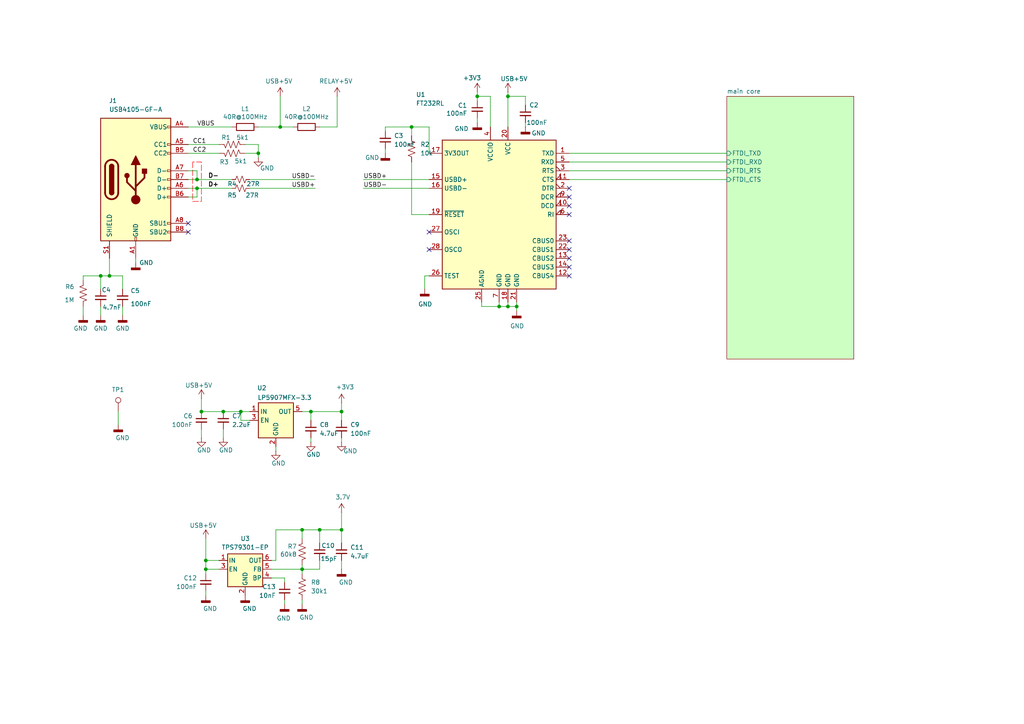
<source format=kicad_sch>
(kicad_sch (version 20250114) (generator "eeschema") (generator_version "9.0")
  (paper "A4")
  (title_block (title "FED3 Test Board") (rev "1.0") (comment 1 "Open Ephys, Inc."))
  (lib_symbols
    (symbol "Connector:TestPoint" (pin_numbers (hide yes)) (pin_names (offset 0.762) (hide yes))
      (property "Reference" "TP" (at 0 6.858 0))
      (property "Value" "TestPoint" (at 0 5.08 0))
      (symbol "TestPoint_0_1"
        (circle (center 0 3.302) (radius 0.762))
      )
      (symbol "TestPoint_1_1"
        (pin passive line (at 0 0 90) (length 2.54) (name "1") (number "1"))
      )
    )
    (symbol "Connector:USB_C_Receptacle_USB2.0_16P" (pin_names (offset 1.016))
      (property "Reference" "J" (at 0 22.225 0))
      (property "Value" "USB_C_Receptacle_USB2.0_16P" (at 0 19.685 0))
      (symbol "USB_C_Receptacle_USB2.0_16P_0_0"
        (rectangle (start -0.254 -17.78) (end 0.254 -16.764))
        (rectangle (start 10.16 15.494) (end 9.144 14.986))
        (rectangle (start 10.16 10.414) (end 9.144 9.906))
        (rectangle (start 10.16 7.874) (end 9.144 7.366))
        (rectangle (start 10.16 2.794) (end 9.144 2.286))
        (rectangle (start 10.16 0.254) (end 9.144 -0.254))
        (rectangle (start 10.16 -2.286) (end 9.144 -2.794))
        (rectangle (start 10.16 -4.826) (end 9.144 -5.334))
        (rectangle (start 10.16 -12.446) (end 9.144 -12.954))
        (rectangle (start 10.16 -14.986) (end 9.144 -15.494))
      )
      (symbol "USB_C_Receptacle_USB2.0_16P_0_1"
        (rectangle (start -10.16 17.78) (end 10.16 -17.78) (stroke (width 0.254)) (fill (type background)))
        (polyline (pts (xy -8.89 -3.81) (xy -8.89 3.81)) (stroke (width 0.508)))
        (rectangle (start -7.62 -3.81) (end -6.35 3.81) (stroke (width 0.254)) (fill (type outline)))
        (arc (start -7.62 3.81) (mid -6.985 4.4423) (end -6.35 3.81) (stroke (width 0.254)))
        (arc (start -7.62 3.81) (mid -6.985 4.4423) (end -6.35 3.81) (stroke (width 0.254)) (fill (type outline)))
        (arc (start -8.89 3.81) (mid -6.985 5.7067) (end -5.08 3.81) (stroke (width 0.508)))
        (arc (start -5.08 -3.81) (mid -6.985 -5.7067) (end -8.89 -3.81) (stroke (width 0.508)))
        (arc (start -6.35 -3.81) (mid -6.985 -4.4423) (end -7.62 -3.81) (stroke (width 0.254)))
        (arc (start -6.35 -3.81) (mid -6.985 -4.4423) (end -7.62 -3.81) (stroke (width 0.254)) (fill (type outline)))
        (polyline (pts (xy -5.08 3.81) (xy -5.08 -3.81)) (stroke (width 0.508)))
        (circle (center -2.54 1.143) (radius 0.635) (stroke (width 0.254)) (fill (type outline)))
        (polyline (pts (xy -1.27 4.318) (xy 0 6.858) (xy 1.27 4.318) (xy -1.27 4.318)) (stroke (width 0.254)) (fill (type outline)))
        (polyline (pts (xy 0 -2.032) (xy 2.54 0.508) (xy 2.54 1.778)) (stroke (width 0.508)))
        (polyline (pts (xy 0 -3.302) (xy -2.54 -0.762) (xy -2.54 0.508)) (stroke (width 0.508)))
        (polyline (pts (xy 0 -5.842) (xy 0 4.318)) (stroke (width 0.508)))
        (circle (center 0 -5.842) (radius 1.27) (fill (type outline)))
        (rectangle (start 1.905 1.778) (end 3.175 3.048) (stroke (width 0.254)) (fill (type outline)))
      )
      (symbol "USB_C_Receptacle_USB2.0_16P_1_1"
        (pin passive line (at -7.62 -22.86 90) (length 5.08) (name "SHIELD") (number "S1"))
        (pin passive line (at 0 -22.86 90) (length 5.08) (name "GND") (number "A1"))
        (pin passive line (at 0 -22.86 90) (length 5.08) (hide yes) (name "GND") (number "A12"))
        (pin passive line (at 0 -22.86 90) (length 5.08) (hide yes) (name "GND") (number "B1"))
        (pin passive line (at 0 -22.86 90) (length 5.08) (hide yes) (name "GND") (number "B12"))
        (pin passive line (at 15.24 15.24 180) (length 5.08) (name "VBUS") (number "A4"))
        (pin passive line (at 15.24 15.24 180) (length 5.08) (hide yes) (name "VBUS") (number "A9"))
        (pin passive line (at 15.24 15.24 180) (length 5.08) (hide yes) (name "VBUS") (number "B4"))
        (pin passive line (at 15.24 15.24 180) (length 5.08) (hide yes) (name "VBUS") (number "B9"))
        (pin bidirectional line (at 15.24 10.16 180) (length 5.08) (name "CC1") (number "A5"))
        (pin bidirectional line (at 15.24 7.62 180) (length 5.08) (name "CC2") (number "B5"))
        (pin bidirectional line (at 15.24 2.54 180) (length 5.08) (name "D-") (number "A7"))
        (pin bidirectional line (at 15.24 0 180) (length 5.08) (name "D-") (number "B7"))
        (pin bidirectional line (at 15.24 -2.54 180) (length 5.08) (name "D+") (number "A6"))
        (pin bidirectional line (at 15.24 -5.08 180) (length 5.08) (name "D+") (number "B6"))
        (pin bidirectional line (at 15.24 -12.7 180) (length 5.08) (name "SBU1") (number "A8"))
        (pin bidirectional line (at 15.24 -15.24 180) (length 5.08) (name "SBU2") (number "B8"))
      )
    )
    (symbol "Device:C_Small" (pin_numbers (hide yes)) (pin_names (offset 0.254) (hide yes))
      (property "Reference" "C" (at 0.254 1.778 0))
      (property "Value" "C_Small" (at 0.254 -2.032 0))
      (symbol "C_Small_0_1"
        (polyline (pts (xy -1.524 0.508) (xy 1.524 0.508)) (stroke (width 0.3048)))
        (polyline (pts (xy -1.524 -0.508) (xy 1.524 -0.508)) (stroke (width 0.3302)))
      )
      (symbol "C_Small_1_1"
        (pin passive line (at 0 2.54 270) (length 2.032) (name "~") (number "1"))
        (pin passive line (at 0 -2.54 90) (length 2.032) (name "~") (number "2"))
      )
    )
    (symbol "Device:R" (pin_numbers (hide yes)) (pin_names (offset 0))
      (property "Reference" "R" (at 2.032 0 90))
      (property "Value" "R" (at 0 0 90))
      (symbol "R_0_1"
        (rectangle (start -1.016 -2.54) (end 1.016 2.54) (stroke (width 0.254)))
      )
      (symbol "R_1_1"
        (pin passive line (at 0 3.81 270) (length 1.27) (name "~") (number "1"))
        (pin passive line (at 0 -3.81 90) (length 1.27) (name "~") (number "2"))
      )
    )
    (symbol "Device:R_Small_US" (pin_numbers (hide yes)) (pin_names (offset 0.254) (hide yes))
      (property "Reference" "R" (at 0.762 0.508 0))
      (property "Value" "R_Small_US" (at 0.762 -1.016 0))
      (symbol "R_Small_US_1_1"
        (polyline (pts (xy 0 1.524) (xy 1.016 1.143) (xy 0 0.762) (xy -1.016 0.381) (xy 0 0)))
        (polyline (pts (xy 0 0) (xy 1.016 -0.381) (xy 0 -0.762) (xy -1.016 -1.143) (xy 0 -1.524)))
        (pin passive line (at 0 2.54 270) (length 1.016) (name "~") (number "1"))
        (pin passive line (at 0 -2.54 90) (length 1.016) (name "~") (number "2"))
      )
    )
    (symbol "Device:R_US" (pin_numbers (hide yes)) (pin_names (offset 0))
      (property "Reference" "R" (at 2.54 0 90))
      (property "Value" "R_US" (at -2.54 0 90))
      (symbol "R_US_0_1"
        (polyline (pts (xy 0 2.286) (xy 0 2.54)))
        (polyline (pts (xy 0 2.286) (xy 1.016 1.905) (xy 0 1.524) (xy -1.016 1.143) (xy 0 0.762)))
        (polyline (pts (xy 0 0.762) (xy 1.016 0.381) (xy 0 0) (xy -1.016 -0.381) (xy 0 -0.762)))
        (polyline (pts (xy 0 -0.762) (xy 1.016 -1.143) (xy 0 -1.524) (xy -1.016 -1.905) (xy 0 -2.286)))
        (polyline (pts (xy 0 -2.286) (xy 0 -2.54)))
      )
      (symbol "R_US_1_1"
        (pin passive line (at 0 3.81 270) (length 1.27) (name "~") (number "1"))
        (pin passive line (at 0 -3.81 90) (length 1.27) (name "~") (number "2"))
      )
    )
    (symbol "Interface_USB:FT232RL"
      (property "Reference" "U2" (at 14.986 25.908 0))
      (property "Value" "FT232RL" (at 14.986 23.368 0))
      (symbol "FT232RL_0_1"
        (rectangle (start -16.51 21.59) (end 16.51 -21.59) (stroke (width 0.254)) (fill (type background)))
      )
      (symbol "FT232RL_1_0"
        (pin no_connect line (at 15.24 -24.13 180) (length 2.54) (hide yes) (name "n.c") (number "24"))
        (pin no_connect line (at 15.24 -26.67 180) (length 2.54) (hide yes) (name "n.c.") (number "8"))
      )
      (symbol "FT232RL_1_1"
        (pin power_out line (at -20.32 17.78 0) (length 3.81) (name "3V3OUT") (number "17"))
        (pin bidirectional line (at -20.32 10.16 0) (length 3.81) (name "USBD+") (number "15"))
        (pin bidirectional line (at -20.32 7.62 0) (length 3.81) (name "USBD-") (number "16"))
        (pin input line (at -20.32 0 0) (length 3.81) (name "~{RESET}") (number "19"))
        (pin input line (at -20.32 -5.08 0) (length 3.81) (name "OSCI") (number "27"))
        (pin output line (at -20.32 -10.16 0) (length 3.81) (name "OSCO") (number "28"))
        (pin input line (at -20.32 -17.78 0) (length 3.81) (name "TEST") (number "26"))
        (pin power_in line (at -5.08 -25.4 90) (length 3.81) (name "AGND") (number "25"))
        (pin power_in line (at -2.54 25.4 270) (length 3.81) (name "VCCIO") (number "4"))
        (pin power_in line (at 0 -25.4 90) (length 3.81) (name "GND") (number "7"))
        (pin power_in line (at 2.54 25.4 270) (length 3.81) (name "VCC") (number "20"))
        (pin power_in line (at 2.54 -25.4 90) (length 3.81) (name "GND") (number "18"))
        (pin power_in line (at 5.08 -25.4 90) (length 3.81) (name "GND") (number "21"))
        (pin output line (at 20.32 17.78 180) (length 3.81) (name "TXD") (number "1"))
        (pin input line (at 20.32 15.24 180) (length 3.81) (name "RXD") (number "5"))
        (pin output output_low (at 20.32 12.7 180) (length 3.81) (name "RTS") (number "3"))
        (pin input input_low (at 20.32 10.16 180) (length 3.81) (name "CTS") (number "11"))
        (pin output output_low (at 20.32 7.62 180) (length 3.81) (name "DTR") (number "2"))
        (pin input input_low (at 20.32 5.08 180) (length 3.81) (name "DCR") (number "9"))
        (pin input input_low (at 20.32 2.54 180) (length 3.81) (name "DCD") (number "10"))
        (pin input input_low (at 20.32 0 180) (length 3.81) (name "RI") (number "6"))
        (pin bidirectional line (at 20.32 -7.62 180) (length 3.81) (name "CBUS0") (number "23"))
        (pin bidirectional line (at 20.32 -10.16 180) (length 3.81) (name "CBUS1") (number "22"))
        (pin bidirectional line (at 20.32 -12.7 180) (length 3.81) (name "CBUS2") (number "13"))
        (pin bidirectional line (at 20.32 -15.24 180) (length 3.81) (name "CBUS3") (number "14"))
        (pin bidirectional line (at 20.32 -17.78 180) (length 3.81) (name "CBUS4") (number "12"))
      )
    )
    (symbol "Regulator_Linear:LP5907MFX-3.3"
      (property "Reference" "U" (at -3.81 6.35 0))
      (property "Value" "LP5907MFX-3.3" (at 6.35 6.35 0))
      (symbol "LP5907MFX-3.3_0_1"
        (rectangle (start -5.08 -5.08) (end 5.08 5.08) (stroke (width 0.254)) (fill (type background)))
        (pin power_in line (at -7.62 2.54 0) (length 2.54) (name "IN") (number "1"))
        (pin input line (at -7.62 0 0) (length 2.54) (name "EN") (number "3"))
        (pin power_in line (at 0 -7.62 90) (length 2.54) (name "GND") (number "2"))
        (pin no_connect line (at 5.08 0 180) (length 2.54) (hide yes) (name "NC") (number "4"))
        (pin power_out line (at 7.62 2.54 180) (length 2.54) (name "OUT") (number "5"))
      )
    )
    (symbol "Regulator_Linear:TPS79301-EP" (pin_names (offset 0.254))
      (property "Reference" "U" (at -3.81 5.715 0))
      (property "Value" "TPS79301-EP" (at 0 5.715 0))
      (symbol "TPS79301-EP_1_1"
        (rectangle (start 5.08 -5.08) (end -5.08 4.445) (stroke (width 0.254)) (fill (type background)))
        (pin power_in line (at -7.62 2.54 0) (length 2.54) (name "IN") (number "1"))
        (pin input line (at -7.62 0 0) (length 2.54) (name "EN") (number "3"))
        (pin power_in line (at 0 -7.62 90) (length 2.54) (name "GND") (number "2"))
        (pin power_out line (at 7.62 2.54 180) (length 2.54) (name "OUT") (number "6"))
        (pin input line (at 7.62 0 180) (length 2.54) (name "FB") (number "5"))
        (pin passive line (at 7.62 -2.54 180) (length 2.54) (name "BP") (number "4"))
      )
    )
    (symbol "power:+3V3" (power) (pin_numbers (hide yes)) (pin_names (offset 0) (hide yes))
      (property "Value" "+3V3" (at 0 3.556 0))
      (symbol "+3V3_0_1"
        (polyline (pts (xy -0.762 1.27) (xy 0 2.54)))
        (polyline (pts (xy 0 2.54) (xy 0.762 1.27)))
        (polyline (pts (xy 0 0) (xy 0 2.54)))
      )
      (symbol "+3V3_1_1"
        (pin power_in line (at 0 0 90) (length 0) (name "~") (number "1"))
      )
    )
    (symbol "power:+5V" (power) (pin_numbers (hide yes)) (pin_names (offset 0) (hide yes))
      (property "Value" "+5V" (at 0 3.556 0))
      (symbol "+5V_0_1"
        (polyline (pts (xy -0.762 1.27) (xy 0 2.54)))
        (polyline (pts (xy 0 2.54) (xy 0.762 1.27)))
        (polyline (pts (xy 0 0) (xy 0 2.54)))
      )
      (symbol "+5V_1_1"
        (pin power_in line (at 0 0 90) (length 0) (name "~") (number "1"))
      )
    )
    (symbol "power:GND" (power) (pin_numbers (hide yes)) (pin_names (offset 0) (hide yes))
      (property "Value" "GND" (at 0 -3.81 0))
      (symbol "GND_0_1"
        (polyline (pts (xy 0 0) (xy 0 -1.27) (xy 1.27 -1.27) (xy 0 -2.54) (xy -1.27 -1.27) (xy 0 -1.27)))
      )
      (symbol "GND_1_1"
        (pin power_in line (at 0 0 270) (length 0) (name "~") (number "1"))
      )
    )
    (symbol "power:GNDD" (power) (pin_numbers (hide yes)) (pin_names (offset 0) (hide yes))
      (property "Value" "GNDD" (at 0 -3.175 0))
      (symbol "GNDD_0_1"
        (rectangle (start -1.27 -1.524) (end 1.27 -2.032) (stroke (width 0.254)) (fill (type outline)))
        (polyline (pts (xy 0 0) (xy 0 -1.524)))
      )
      (symbol "GNDD_1_1"
        (pin power_in line (at 0 0 270) (length 0) (name "~") (number "1"))
      )
    )
  )
  (junction (at 29.21 80.01))
  (junction (at 57.15 52.07))
  (junction (at 138.43 27.94))
  (junction (at 147.32 27.94))
  (junction (at 59.69 162.56))
  (junction (at 81.28 36.83))
  (junction (at 147.32 88.9))
  (junction (at 57.15 54.61))
  (junction (at 74.93 44.45))
  (junction (at 87.63 153.67))
  (junction (at 58.42 119.38))
  (junction (at 99.06 119.38))
  (junction (at 87.63 165.1))
  (junction (at 90.17 119.38))
  (junction (at 99.06 153.67))
  (junction (at 149.86 88.9))
  (junction (at 119.38 36.83))
  (junction (at 92.71 153.67))
  (junction (at 144.78 88.9))
  (junction (at 31.75 80.01))
  (junction (at 59.69 165.1))
  (junction (at 69.85 119.38))
  (junction (at 64.77 119.38))
  (no_connect (at 165.1 72.39))
  (no_connect (at 165.1 77.47))
  (no_connect (at 165.1 54.61))
  (no_connect (at 165.1 80.01))
  (no_connect (at 54.61 64.77))
  (no_connect (at 124.46 72.39))
  (no_connect (at 165.1 57.15))
  (no_connect (at 165.1 69.85))
  (no_connect (at 165.1 74.93))
  (no_connect (at 165.1 62.23))
  (no_connect (at 165.1 59.69))
  (no_connect (at 124.46 67.31))
  (no_connect (at 54.61 67.31))
  (wire (pts (xy 119.38 62.23) (xy 124.46 62.23)))
  (wire (pts (xy 152.4 27.94) (xy 152.4 30.48)))
  (wire (pts (xy 111.76 36.83) (xy 111.76 38.1)))
  (wire (pts (xy 138.43 26.67) (xy 138.43 27.94)))
  (wire (pts (xy 138.43 27.94) (xy 138.43 29.21)))
  (wire (pts (xy 119.38 46.99) (xy 119.38 62.23)))
  (wire (pts (xy 139.7 88.9) (xy 144.78 88.9)))
  (wire (pts (xy 165.1 49.53) (xy 210.82 49.53)))
  (wire (pts (xy 74.93 41.91) (xy 74.93 44.45)))
  (wire (pts (xy 92.71 157.48) (xy 92.71 153.67)))
  (wire (pts (xy 72.39 121.92) (xy 69.85 121.92)))
  (wire (pts (xy 144.78 87.63) (xy 144.78 88.9)))
  (wire (pts (xy 99.06 128.27) (xy 99.06 127)))
  (wire (pts (xy 59.69 165.1) (xy 59.69 166.37)))
  (wire (pts (xy 147.32 26.67) (xy 147.32 27.94)))
  (wire (pts (xy 57.15 52.07) (xy 67.31 52.07)))
  (wire (pts (xy 31.75 80.01) (xy 35.56 80.01)) (stroke (width 0.1524)))
  (wire (pts (xy 29.21 80.01) (xy 29.21 83.82)) (stroke (width 0.1524)))
  (wire (pts (xy 63.5 165.1) (xy 59.69 165.1)))
  (wire (pts (xy 99.06 165.1) (xy 99.06 162.56)))
  (wire (pts (xy 54.61 54.61) (xy 57.15 54.61)))
  (wire (pts (xy 123.19 83.82) (xy 123.19 80.01)))
  (wire (pts (xy 99.06 153.67) (xy 99.06 157.48)))
  (wire (pts (xy 142.24 27.94) (xy 142.24 36.83)))
  (wire (pts (xy 24.13 80.01) (xy 24.13 81.28)) (stroke (width 0.1524)))
  (wire (pts (xy 82.55 173.99) (xy 82.55 175.26)))
  (wire (pts (xy 72.39 52.07) (xy 91.44 52.07)))
  (wire (pts (xy 165.1 46.99) (xy 210.82 46.99)))
  (wire (pts (xy 87.63 165.1) (xy 87.63 163.83)))
  (wire (pts (xy 78.74 165.1) (xy 87.63 165.1)))
  (wire (pts (xy 124.46 44.45) (xy 124.46 36.83)))
  (wire (pts (xy 87.63 166.37) (xy 87.63 165.1)))
  (wire (pts (xy 149.86 88.9) (xy 149.86 90.17)))
  (wire (pts (xy 58.42 127) (xy 58.42 124.46)))
  (wire (pts (xy 64.77 119.38) (xy 69.85 119.38)))
  (wire (pts (xy 119.38 36.83) (xy 124.46 36.83)))
  (wire (pts (xy 111.76 43.18) (xy 111.76 44.45)))
  (wire (pts (xy 39.37 74.93) (xy 39.37 76.2)))
  (wire (pts (xy 165.1 52.07) (xy 210.82 52.07)))
  (wire (pts (xy 29.21 88.9) (xy 29.21 91.44)) (stroke (width 0.1524)))
  (wire (pts (xy 35.56 88.9) (xy 35.56 91.44)))
  (wire (pts (xy 57.15 54.61) (xy 57.15 57.15)))
  (wire (pts (xy 35.56 80.01) (xy 35.56 82.55)) (stroke (width 0.1524)))
  (wire (pts (xy 74.93 36.83) (xy 81.28 36.83)))
  (wire (pts (xy 149.86 88.9) (xy 147.32 88.9)))
  (wire (pts (xy 57.15 54.61) (xy 67.31 54.61)))
  (wire (pts (xy 69.85 119.38) (xy 72.39 119.38)))
  (wire (pts (xy 144.78 88.9) (xy 147.32 88.9)))
  (wire (pts (xy 139.7 87.63) (xy 139.7 88.9)))
  (wire (pts (xy 74.93 44.45) (xy 74.93 45.72)))
  (wire (pts (xy 152.4 35.56) (xy 152.4 36.83)))
  (wire (pts (xy 54.61 57.15) (xy 57.15 57.15)))
  (wire (pts (xy 92.71 153.67) (xy 99.06 153.67)))
  (wire (pts (xy 80.01 153.67) (xy 87.63 153.67)))
  (wire (pts (xy 78.74 162.56) (xy 80.01 162.56)))
  (wire (pts (xy 87.63 153.67) (xy 87.63 156.21)))
  (wire (pts (xy 54.61 36.83) (xy 67.31 36.83)))
  (wire (pts (xy 147.32 27.94) (xy 147.32 36.83)))
  (wire (pts (xy 31.75 74.93) (xy 31.75 80.01)))
  (wire (pts (xy 34.29 123.19) (xy 34.29 119.38)))
  (wire (pts (xy 111.76 36.83) (xy 119.38 36.83)))
  (wire (pts (xy 58.42 115.57) (xy 58.42 119.38)))
  (wire (pts (xy 119.38 36.83) (xy 119.38 39.37)))
  (wire (pts (xy 138.43 27.94) (xy 142.24 27.94)))
  (wire (pts (xy 81.28 36.83) (xy 85.09 36.83)))
  (wire (pts (xy 92.71 162.56) (xy 92.71 165.1)))
  (wire (pts (xy 80.01 162.56) (xy 80.01 153.67)))
  (wire (pts (xy 69.85 121.92) (xy 69.85 119.38)))
  (wire (pts (xy 63.5 162.56) (xy 59.69 162.56)))
  (wire (pts (xy 59.69 165.1) (xy 59.69 162.56)))
  (wire (pts (xy 59.69 156.21) (xy 59.69 162.56)))
  (wire (pts (xy 92.71 165.1) (xy 87.63 165.1)))
  (wire (pts (xy 57.15 49.53) (xy 57.15 52.07)))
  (wire (pts (xy 123.19 80.01) (xy 124.46 80.01)))
  (wire (pts (xy 78.74 167.64) (xy 82.55 167.64)))
  (wire (pts (xy 24.13 80.01) (xy 29.21 80.01)) (stroke (width 0.1524)))
  (wire (pts (xy 87.63 175.26) (xy 87.63 173.99)))
  (wire (pts (xy 24.13 88.9) (xy 24.13 91.44)) (stroke (width 0.1524)))
  (wire (pts (xy 71.12 44.45) (xy 74.93 44.45)))
  (wire (pts (xy 87.63 119.38) (xy 90.17 119.38)))
  (wire (pts (xy 80.01 130.81) (xy 80.01 129.54)))
  (wire (pts (xy 99.06 116.84) (xy 99.06 119.38)))
  (wire (pts (xy 54.61 52.07) (xy 57.15 52.07)))
  (wire (pts (xy 35.56 82.55) (xy 35.56 83.82)))
  (wire (pts (xy 149.86 87.63) (xy 149.86 88.9)))
  (wire (pts (xy 90.17 128.27) (xy 90.17 127)))
  (wire (pts (xy 90.17 121.92) (xy 90.17 119.38)))
  (wire (pts (xy 58.42 119.38) (xy 64.77 119.38)))
  (wire (pts (xy 29.21 80.01) (xy 31.75 80.01)) (stroke (width 0.1524)))
  (wire (pts (xy 99.06 148.59) (xy 99.06 153.67)))
  (wire (pts (xy 64.77 127) (xy 64.77 124.46)))
  (wire (pts (xy 97.79 27.94) (xy 97.79 36.83)))
  (wire (pts (xy 74.93 41.91) (xy 71.12 41.91)))
  (wire (pts (xy 147.32 87.63) (xy 147.32 88.9)))
  (wire (pts (xy 124.46 54.61) (xy 105.41 54.61)))
  (wire (pts (xy 99.06 119.38) (xy 99.06 121.92)))
  (wire (pts (xy 138.43 34.29) (xy 138.43 35.56)))
  (wire (pts (xy 165.1 44.45) (xy 210.82 44.45)))
  (wire (pts (xy 72.39 54.61) (xy 91.44 54.61)))
  (wire (pts (xy 124.46 52.07) (xy 105.41 52.07)))
  (wire (pts (xy 147.32 27.94) (xy 152.4 27.94)))
  (wire (pts (xy 54.61 41.91) (xy 63.5 41.91)))
  (wire (pts (xy 82.55 167.64) (xy 82.55 168.91)))
  (wire (pts (xy 54.61 49.53) (xy 57.15 49.53)))
  (wire (pts (xy 54.61 44.45) (xy 63.5 44.45)))
  (wire (pts (xy 59.69 171.45) (xy 59.69 172.72)))
  (wire (pts (xy 81.28 27.94) (xy 81.28 36.83)))
  (wire (pts (xy 90.17 119.38) (xy 99.06 119.38)))
  (wire (pts (xy 92.71 36.83) (xy 97.79 36.83)))
  (wire (pts (xy 92.71 153.67) (xy 87.63 153.67)))
  (label "CC2" (at 55.88 44.45 0))
  (label "USBD+" (at 91.44 54.61 180))
  (label "CC1" (at 55.88 41.91 0))
  (label "USBD-" (at 105.41 54.61 0))
  (label "USBD-" (at 91.44 52.07 180))
  (label "USBD+" (at 105.41 52.07 0))
  (label "D+" (at 63.5 54.61 180) (effects (font (thickness 0.254) (bold yes))))
  (label "VBUS" (at 57.15 36.83 0))
  (label "D-" (at 63.5 52.07 180) (effects (font (thickness 0.254) (bold yes))))
  (rule_area (polyline (pts (xy 55.88 46.99) (xy 55.88 58.42) (xy 58.42 58.42) (xy 58.42 46.99)) (stroke (width 0) (type dash))))
  (symbol (lib_id "power:GNDD") (at 35.56 91.44 0) (mirror y) (unit 1)
    (property "Reference" "#GND04" (effects (hide yes)))
    (property "Value" "GND" (at 35.56 95.25 0))
  )
  (symbol (lib_id "Device:C_Small") (at 29.21 86.36 0) (mirror y) (unit 1)
    (property "Reference" "C4" (at 29.464 84.074 0) (effects (justify right)))
    (property "Value" "4.7nF" (at 29.718 89.154 0) (effects (justify right)))
    (property "Footprint" "Capacitor_SMD:C_0402_1005Metric" (effects (hide yes)))
    (property "Description" "Unpolarized capacitor, small symbol" (effects (hide yes)))
    (property "MPN" "885012205084" (effects (hide yes)))
    (property "OEPSPN" "OEPS010017" (effects (hide yes)))
  )
  (symbol (lib_id "power:+5V") (at 99.06 148.59 0) (unit 1)
    (property "Reference" "#PWR018" (effects (hide yes)))
    (property "Value" "3.7V" (at 99.441 144.1958 0))
    (property "Description" "Power symbol creates a global label with name \"+5V\"" (effects (hide yes)))
  )
  (symbol (lib_id "power:+5V") (at 97.79 27.94 0) (mirror y) (unit 1)
    (property "Reference" "#PWR094" (effects (hide yes)))
    (property "Value" "RELAY+5V" (at 97.409 23.5458 0))
    (property "Description" "Power symbol creates a global label with name \"+5V\"" (effects (hide yes)))
  )
  (symbol (lib_id "power:GNDD") (at 111.76 44.45 0) (unit 1)
    (property "Reference" "#PWR06" (effects (hide yes)))
    (property "Value" "GND" (at 107.95 45.72 0))
    (property "Description" "Power symbol creates a global label with name \"GNDD\" , digital ground" (effects (hide yes)))
  )
  (symbol (lib_id "Device:C_Small") (at 82.55 171.45 0) (unit 1)
    (property "Reference" "C13" (at 80.01 170.1862 0) (effects (justify right)))
    (property "Value" "10nF" (at 80.01 172.7262 0) (effects (justify right)))
    (property "Footprint" "Capacitor_SMD:C_0402_1005Metric" (effects (hide yes)))
    (property "Description" "Unpolarized capacitor, small symbol" (effects (hide yes)))
    (property "MPN" "TBD" (effects (hide yes)))
    (property "OEPSPN" "TBD" (effects (hide yes)))
  )
  (symbol (lib_id "power:+3V3") (at 138.43 26.67 0) (unit 1)
    (property "Reference" "#PWR01" (effects (hide yes)))
    (property "Value" "+3V3" (at 136.906 22.606 0))
    (property "Description" "Power symbol creates a global label with name \"+3V3\"" (effects (hide yes)))
  )
  (symbol (lib_id "power:GNDD") (at 59.69 172.72 0) (mirror y) (unit 1)
    (property "Reference" "#PWR021" (effects (hide yes)))
    (property "Value" "GND" (at 62.992 176.53 0) (effects (justify left)))
    (property "Description" "Power symbol creates a global label with name \"GNDD\" , digital ground" (effects (hide yes)))
  )
  (symbol (lib_id "Regulator_Linear:LP5907MFX-3.3") (at 80.01 121.92 0) (unit 1)
    (property "Reference" "U2" (at 75.946 112.522 0))
    (property "Value" "LP5907MFX-3.3" (at 82.55 115.316 0))
    (property "Footprint" "Package_TO_SOT_SMD:SOT-23-5" (effects (hide yes)))
    (property "Datasheet" "http://www.ti.com/lit/ds/symlink/lp5907.pdf" (effects (hide yes)))
    (property "Description" "250-mA Ultra-Low-Noise Low-IQ LDO, 3.3V, SOT-23" (effects (hide yes)))
    (property "MPN" "LP5907MFX-3.3/NOPB" (effects (hide yes)))
    (property "OEPSPN" "OEPS080016" (effects (hide yes)))
  )
  (symbol (lib_id "Device:C_Small") (at 64.77 121.92 0) (unit 1)
    (property "Reference" "C7" (at 67.31 120.6562 0) (effects (justify left)))
    (property "Value" "2.2uF" (at 67.31 123.1962 0) (effects (justify left)))
    (property "Footprint" "Capacitor_SMD:C_0603_1608Metric" (effects (hide yes)))
    (property "Description" "Unpolarized capacitor, small symbol" (effects (hide yes)))
    (property "MPN" "GRM188R61E225KA12D" (effects (hide yes)))
    (property "OEPSPN" "OEPS010075" (effects (hide yes)))
  )
  (symbol (lib_id "power:+5V") (at 81.28 27.94 0) (mirror y) (unit 1)
    (property "Reference" "#PWR03" (effects (hide yes)))
    (property "Value" "USB+5V" (at 80.899 23.5458 0))
    (property "Description" "Power symbol creates a global label with name \"+5V\"" (effects (hide yes)))
  )
  (symbol (lib_id "Device:R_US") (at 119.38 43.18 0) (unit 1)
    (property "Reference" "R2" (at 121.92 41.9099 0) (effects (justify left)))
    (property "Value" "10k" (at 121.92 44.4499 0) (effects (justify left)))
    (property "Footprint" "Resistor_SMD:R_0402_1005Metric" (effects (hide yes)))
    (property "Description" "SMD 0402 10kΩ ±1% 0.063W" (effects (hide yes)))
    (property "MPN" "CRCW040210K0FKED" (effects (hide yes)))
    (property "OEPSPN" "OEPS020030" (effects (hide yes)))
  )
  (symbol (lib_id "Device:C_Small") (at 99.06 160.02 0) (unit 1)
    (property "Reference" "C11" (at 101.6 158.7562 0) (effects (justify left)))
    (property "Value" "4.7uF" (at 101.6 161.2962 0) (effects (justify left)))
    (property "Footprint" "Capacitor_SMD:C_0603_1608Metric" (effects (hide yes)))
    (property "Description" "Unpolarized capacitor, small symbol" (effects (hide yes)))
    (property "MPN" "C1608X6S1C475K080AC" (effects (hide yes)))
    (property "OEPSPN" "OEPS010018" (effects (hide yes)))
  )
  (symbol (lib_id "Connector:USB_C_Receptacle_USB2.0_16P") (at 39.37 52.07 0) (unit 1)
    (property "Reference" "J1" (at 32.766 29.21 0))
    (property "Value" "USB4105-GF-A" (at 39.37 31.75 0))
    (property "Footprint" "Connector_USB:USB_C_Receptacle_GCT_USB4105-xx-A_16P_TopMnt_Horizontal" (effects (hide yes)))
    (property "Datasheet" "https://www.usb.org/sites/default/files/documents/usb_type-c.zip" (effects (hide yes)))
    (property "Description" "USB 2.0-only 16P Type-C Receptacle connector" (effects (hide yes)))
    (property "MPN" "USB4105-GF-A" (effects (hide yes)))
    (property "OEPSPN" "OEPS070105" (effects (hide yes)))
  )
  (symbol (lib_id "Interface_USB:FT232RL") (at 144.78 62.23 0) (unit 1)
    (property "Reference" "U1" (at 120.65 27.432 0) (effects (justify left)))
    (property "Value" "FT232RL" (at 120.65 29.972 0) (effects (justify left)))
    (property "Footprint" "Package_SO:SSOP-28_5.3x10.2mm_P0.65mm" (effects (hide yes)))
    (property "Datasheet" "https://www.ftdichip.com/Support/Documents/DataSheets/ICs/DS_FT232R.pdf" (effects (hide yes)))
    (property "Description" "USB to Serial Interface, SSOP-28" (effects (hide yes)))
    (property "OEPSPN" "OEPS080093" (effects (hide yes)))
    (property "MPN" "FT232RNL-REEL" (effects (hide yes)))
  )
  (symbol (lib_id "power:GND") (at 74.93 45.72 0) (mirror y) (unit 1)
    (property "Reference" "#PWR07" (effects (hide yes)))
    (property "Value" "GND" (at 77.47 48.768 0))
    (property "Description" "Power symbol creates a global label with name \"GND\" , ground" (effects (hide yes)))
  )
  (symbol (lib_id "power:+3V3") (at 99.06 116.84 0) (unit 1)
    (property "Reference" "#PWR011" (effects (hide yes)))
    (property "Value" "+3V3" (at 100.076 112.268 0))
    (property "Description" "Power symbol creates a global label with name \"+3V3\"" (effects (hide yes)))
  )
  (symbol (lib_id "power:GND") (at 58.42 127 0) (unit 1)
    (property "Reference" "#PWR013" (effects (hide yes)))
    (property "Value" "GND" (at 59.182 130.556 0))
    (property "Description" "Power symbol creates a global label with name \"GND\" , ground" (effects (hide yes)))
  )
  (symbol (lib_id "power:GNDD") (at 99.06 165.1 0) (mirror y) (unit 1)
    (property "Reference" "#PWR020" (effects (hide yes)))
    (property "Value" "GND" (at 102.362 168.91 0) (effects (justify left)))
    (property "Description" "Power symbol creates a global label with name \"GNDD\" , digital ground" (effects (hide yes)))
  )
  (symbol (lib_id "power:GNDD") (at 24.13 91.44 0) (mirror y) (unit 1)
    (property "Reference" "#GND02" (effects (hide yes)))
    (property "Value" "GND" (at 23.368 95.25 0))
  )
  (symbol (lib_id "power:+5V") (at 58.42 115.57 0) (unit 1)
    (property "Reference" "#PWR010" (effects (hide yes)))
    (property "Value" "USB+5V" (at 57.658 111.76 0))
    (property "Description" "Power symbol creates a global label with name \"+5V\"" (effects (hide yes)))
  )
  (symbol (lib_id "power:+5V") (at 147.32 26.67 0) (mirror y) (unit 1)
    (property "Reference" "#PWR02" (effects (hide yes)))
    (property "Value" "USB+5V" (at 149.098 22.86 0))
    (property "Description" "Power symbol creates a global label with name \"+5V\"" (effects (hide yes)))
  )
  (symbol (lib_id "power:GNDD") (at 87.63 175.26 0) (mirror y) (unit 1)
    (property "Reference" "#PWR024" (effects (hide yes)))
    (property "Value" "GND" (at 90.932 179.07 0) (effects (justify left)))
    (property "Description" "Power symbol creates a global label with name \"GNDD\" , digital ground" (effects (hide yes)))
  )
  (symbol (lib_id "power:GND") (at 90.17 128.27 0) (unit 1)
    (property "Reference" "#PWR015" (effects (hide yes)))
    (property "Value" "GND" (at 90.932 131.826 0))
    (property "Description" "Power symbol creates a global label with name \"GND\" , ground" (effects (hide yes)))
  )
  (symbol (lib_id "Device:C_Small") (at 92.71 160.02 0) (mirror y) (unit 1)
    (property "Reference" "C10" (at 93.218 158.242 0) (effects (justify right)))
    (property "Value" "15pF" (at 92.964 162.052 0) (effects (justify right)))
    (property "Footprint" "Capacitor_SMD:C_0402_1005Metric" (effects (hide yes)))
    (property "Description" "Unpolarized capacitor, small symbol" (effects (hide yes)))
    (property "MPN" "TBD" (effects (hide yes)))
    (property "OEPSPN" "TBD" (effects (hide yes)))
  )
  (symbol (lib_id "Device:C_Small") (at 59.69 168.91 0) (unit 1)
    (property "Reference" "C12" (at 57.15 167.6462 0) (effects (justify right)))
    (property "Value" "100nF" (at 57.15 170.1862 0) (effects (justify right)))
    (property "Footprint" "Capacitor_SMD:C_0402_1005Metric" (effects (hide yes)))
    (property "Description" "Unpolarized capacitor, small symbol" (effects (hide yes)))
    (property "MPN" "CGA2B3X7R1H104K050BB" (effects (hide yes)))
    (property "OEPSPN" "OEPS010016" (effects (hide yes)))
  )
  (symbol (lib_id "Regulator_Linear:TPS79301-EP") (at 71.12 165.1 0) (unit 1)
    (property "Reference" "U3" (at 71.12 156.21 0))
    (property "Value" "TPS79301-EP" (at 71.12 158.75 0))
    (property "Footprint" "Package_TO_SOT_SMD:SOT-23-6" (effects (hide yes)))
    (property "Datasheet" "http://www.ti.com/lit/ds/symlink/tps79333-ep.pdf" (effects (hide yes)))
    (property "Description" "200mA UltraLow-Noise, High-Precision, Fast RF, Low Drop-out Voltage Regulator, Adjustable Output, SOT-23" (effects (hide yes)))
    (property "OEPSPN" "OEPS080129" (effects (hide yes)))
    (property "MPN" "TPS79301DBVRG4" (effects (hide yes)))
  )
  (symbol (lib_id "Device:C_Small") (at 138.43 31.75 0) (mirror y) (unit 1)
    (property "Reference" "C1" (at 135.509 30.5816 0) (effects (justify left)))
    (property "Value" "100nF" (at 135.509 32.893 0) (effects (justify left)))
    (property "Footprint" "Capacitor_SMD:C_0402_1005Metric" (effects (hide yes)))
    (property "Description" "Unpolarized capacitor, small symbol" (effects (hide yes)))
    (property "MPN" "C1005X7R1E104K050BB" (effects (hide yes)))
    (property "OEPSPN" "OEPS010050" (effects (hide yes)))
  )
  (symbol (lib_id "power:GNDD") (at 82.55 175.26 0) (mirror y) (unit 1)
    (property "Reference" "#PWR023" (effects (hide yes)))
    (property "Value" "GND" (at 84.328 179.324 0) (effects (justify left)))
    (property "Description" "Power symbol creates a global label with name \"GNDD\" , digital ground" (effects (hide yes)))
  )
  (symbol (lib_id "Device:C_Small") (at 99.06 124.46 0) (mirror y) (unit 1)
    (property "Reference" "C9" (at 101.6 123.1962 0) (effects (justify right)))
    (property "Value" "100nF" (at 101.6 125.7362 0) (effects (justify right)))
    (property "Footprint" "Capacitor_SMD:C_0402_1005Metric" (effects (hide yes)))
    (property "Description" "Unpolarized capacitor, small symbol" (effects (hide yes)))
    (property "MPN" "CGA2B3X7R1H104K050BB" (effects (hide yes)))
    (property "OEPSPN" "OEPS010016" (effects (hide yes)))
  )
  (symbol (lib_id "Device:R") (at 88.9 36.83 90) (mirror x) (unit 1)
    (property "Reference" "L2" (at 88.9 31.5722 90))
    (property "Value" "40R@100MHz" (at 88.9 33.8836 90))
    (property "Footprint" "Resistor_SMD:R_0805_2012Metric" (effects (hide yes)))
    (property "Description" "FERRITE BEAD SMD 40Ω 2A 50mΩ" (effects (hide yes)))
    (property "MPN" "MI0805K400R-10" (effects (hide yes)))
    (property "OEPSPN" "OEPS040003" (effects (hide yes)))
  )
  (symbol (lib_id "Device:C_Small") (at 152.4 33.02 0) (mirror y) (unit 1)
    (property "Reference" "C2" (at 156.21 30.48 0) (effects (justify left)))
    (property "Value" "100nF" (at 158.75 35.56 0) (effects (justify left)))
    (property "Footprint" "Capacitor_SMD:C_0402_1005Metric" (effects (hide yes)))
    (property "Description" "Unpolarized capacitor, small symbol" (effects (hide yes)))
    (property "MPN" "C1005X7R1E104K050BB" (effects (hide yes)))
    (property "OEPSPN" "OEPS010050" (effects (hide yes)))
  )
  (symbol (lib_id "Device:C_Small") (at 111.76 40.64 180) (unit 1)
    (property "Reference" "C3" (at 114.3 39.3635 0) (effects (justify right)))
    (property "Value" "100nF" (at 114.3 41.9035 0) (effects (justify right)))
    (property "Footprint" "Capacitor_SMD:C_0402_1005Metric" (effects (hide yes)))
    (property "Description" "Unpolarized capacitor, small symbol" (effects (hide yes)))
    (property "MPN" "C1005X7R1E104K050BB" (effects (hide yes)))
    (property "OEPSPN" "OEPS010050" (effects (hide yes)))
  )
  (symbol (lib_id "Device:R_US") (at 67.31 41.91 90) (mirror x) (unit 1)
    (property "Reference" "R1" (at 65.532 39.878 90))
    (property "Value" "5k1" (at 70.358 39.878 90))
    (property "Footprint" "Resistor_SMD:R_0402_1005Metric" (effects (hide yes)))
    (property "Description" "SMD 0402 5.1k 1% 0.100W" (effects (hide yes)))
    (property "MPN" "ERJ-2RKF5101X" (effects (hide yes)))
    (property "OEPSPN" "OEPS020173" (effects (hide yes)))
  )
  (symbol (lib_id "Device:C_Small") (at 58.42 121.92 0) (unit 1)
    (property "Reference" "C6" (at 55.88 120.6562 0) (effects (justify right)))
    (property "Value" "100nF" (at 55.88 123.1962 0) (effects (justify right)))
    (property "Footprint" "Capacitor_SMD:C_0402_1005Metric" (effects (hide yes)))
    (property "Description" "Unpolarized capacitor, small symbol" (effects (hide yes)))
    (property "MPN" "CGA2B3X7R1H104K050BB" (effects (hide yes)))
    (property "OEPSPN" "OEPS010016" (effects (hide yes)))
  )
  (symbol (lib_id "Device:R_US") (at 67.31 44.45 90) (mirror x) (unit 1)
    (property "Reference" "R3" (at 65.024 46.99 90))
    (property "Value" "5k1" (at 69.85 46.736 90))
    (property "Footprint" "Resistor_SMD:R_0402_1005Metric" (effects (hide yes)))
    (property "Description" "SMD 0402 5.1k 1% 0.100W" (effects (hide yes)))
    (property "MPN" "ERJ-2RKF5101X" (effects (hide yes)))
    (property "OEPSPN" "OEPS020173" (effects (hide yes)))
  )
  (symbol (lib_id "Device:R_US") (at 24.13 85.09 0) (mirror x) (unit 1)
    (property "Reference" "R6" (at 21.59 83.185 0) (effects (justify right)))
    (property "Value" "1M" (at 21.59 86.995 0) (effects (justify right)))
    (property "Footprint" "Resistor_SMD:R_0402_1005Metric" (effects (hide yes)))
    (property "MPN" "CRCW04021M00FKED" (effects (hide yes)))
    (property "OEPSPN" "OEPS020026" (effects (hide yes)))
  )
  (symbol (lib_id "Device:R_Small_US") (at 69.85 54.61 270) (unit 1)
    (property "Reference" "R5" (at 67.31 56.642 90))
    (property "Value" "27R" (at 73.152 56.642 90))
    (property "Footprint" "Resistor_SMD:R_0402_1005Metric" (effects (hide yes)))
    (property "Description" "Resistor, small US symbol" (effects (hide yes)))
    (property "MPN" "RMCF0402FT27R0" (effects (hide yes)))
    (property "OEPSPN" "OEPS020170" (effects (hide yes)))
  )
  (symbol (lib_id "power:GNDD") (at 29.21 91.44 0) (mirror y) (unit 1)
    (property "Reference" "#GND03" (effects (hide yes)))
    (property "Value" "GND" (at 29.21 95.25 0))
  )
  (symbol (lib_id "power:GNDD") (at 152.4 36.83 0) (mirror y) (unit 1)
    (property "Reference" "#PWR05" (effects (hide yes)))
    (property "Value" "GND" (at 156.21 38.608 0))
    (property "Description" "Power symbol creates a global label with name \"GNDD\" , digital ground" (effects (hide yes)))
  )
  (symbol (lib_id "power:GND") (at 80.01 130.81 0) (unit 1)
    (property "Reference" "#PWR017" (effects (hide yes)))
    (property "Value" "GND" (at 80.772 134.366 0))
    (property "Description" "Power symbol creates a global label with name \"GND\" , ground" (effects (hide yes)))
  )
  (symbol (lib_id "power:GNDD") (at 149.86 90.17 0) (unit 1)
    (property "Reference" "#PWR09" (effects (hide yes)))
    (property "Value" "GND" (at 149.987 94.5642 0))
    (property "Description" "Power symbol creates a global label with name \"GNDD\" , digital ground" (effects (hide yes)))
  )
  (symbol (lib_id "Device:C_Small") (at 35.56 86.36 180) (unit 1)
    (property "Reference" "C5" (at 37.846 84.328 0) (effects (justify right)))
    (property "Value" "100nF" (at 37.846 88.138 0) (effects (justify right)))
    (property "Footprint" "Capacitor_SMD:C_0402_1005Metric" (effects (hide yes)))
    (property "Description" "Unpolarized capacitor, small symbol" (effects (hide yes)))
    (property "MPN" "CGA2B3X7R1H104K050BB" (effects (hide yes)))
    (property "OEPSPN" "OEPS010016" (effects (hide yes)))
  )
  (symbol (lib_id "power:GND") (at 99.06 128.27 0) (mirror y) (unit 1)
    (property "Reference" "#PWR016" (effects (hide yes)))
    (property "Value" "GND" (at 101.6 130.81 0))
    (property "Description" "Power symbol creates a global label with name \"GND\" , ground" (effects (hide yes)))
  )
  (symbol (lib_id "Connector:TestPoint") (at 34.29 119.38 0) (mirror y) (unit 1) (in_bom no)
    (property "Reference" "TP1" (at 36.068 113.03 0) (effects (justify left)))
    (property "Value" "GND" (effects (hide yes)))
    (property "Footprint" "Connector_PinHeader_2.54mm:PinHeader_1x01_P2.54mm_Vertical" (effects (hide yes)))
  )
  (symbol (lib_id "power:+5V") (at 59.69 156.21 0) (unit 1)
    (property "Reference" "#PWR019" (effects (hide yes)))
    (property "Value" "USB+5V" (at 58.928 152.4 0))
    (property "Description" "Power symbol creates a global label with name \"+5V\"" (effects (hide yes)))
  )
  (symbol (lib_id "power:GND") (at 64.77 127 0) (unit 1)
    (property "Reference" "#PWR014" (effects (hide yes)))
    (property "Value" "GND" (at 65.532 130.556 0))
    (property "Description" "Power symbol creates a global label with name \"GND\" , ground" (effects (hide yes)))
  )
  (symbol (lib_id "Device:R_Small_US") (at 69.85 52.07 270) (unit 1)
    (property "Reference" "R4" (at 67.31 53.34 90))
    (property "Value" "27R" (at 73.406 53.34 90))
    (property "Footprint" "Resistor_SMD:R_0402_1005Metric" (effects (hide yes)))
    (property "Description" "Resistor, small US symbol" (effects (hide yes)))
    (property "MPN" "RMCF0402FT27R0" (effects (hide yes)))
    (property "OEPSPN" "OEPS020170" (effects (hide yes)))
  )
  (symbol (lib_id "power:GNDD") (at 123.19 83.82 0) (unit 1)
    (property "Reference" "#PWR08" (effects (hide yes)))
    (property "Value" "GND" (at 123.317 88.2142 0))
    (property "Description" "Power symbol creates a global label with name \"GNDD\" , digital ground" (effects (hide yes)))
  )
  (symbol (lib_id "power:GNDD") (at 39.37 76.2 0) (mirror y) (unit 1)
    (property "Reference" "#GND01" (effects (hide yes)))
    (property "Value" "GND" (at 42.418 76.2 0))
  )
  (symbol (lib_id "power:GNDD") (at 71.12 172.72 0) (mirror y) (unit 1)
    (property "Reference" "#PWR022" (effects (hide yes)))
    (property "Value" "GND" (at 74.422 176.53 0) (effects (justify left)))
    (property "Description" "Power symbol creates a global label with name \"GNDD\" , digital ground" (effects (hide yes)))
  )
  (symbol (lib_id "power:GNDD") (at 138.43 35.56 0) (mirror y) (unit 1)
    (property "Reference" "#PWR04" (effects (hide yes)))
    (property "Value" "GND" (at 133.858 37.338 0))
    (property "Description" "Power symbol creates a global label with name \"GNDD\" , digital ground" (effects (hide yes)))
  )
  (symbol (lib_id "Device:C_Small") (at 90.17 124.46 0) (unit 1)
    (property "Reference" "C8" (at 92.71 123.1962 0) (effects (justify left)))
    (property "Value" "4.7uF" (at 92.71 125.7362 0) (effects (justify left)))
    (property "Footprint" "Capacitor_SMD:C_0603_1608Metric" (effects (hide yes)))
    (property "Description" "Unpolarized capacitor, small symbol" (effects (hide yes)))
    (property "MPN" "C1608X6S1C475K080AC" (effects (hide yes)))
    (property "OEPSPN" "OEPS010018" (effects (hide yes)))
  )
  (symbol (lib_id "power:GNDD") (at 34.29 123.19 0) (mirror y) (unit 1)
    (property "Reference" "#PWR012" (effects (hide yes)))
    (property "Value" "GND" (at 37.592 127 0) (effects (justify left)))
    (property "Description" "Power symbol creates a global label with name \"GNDD\" , digital ground" (effects (hide yes)))
  )
  (symbol (lib_id "Device:R_US") (at 87.63 160.02 0) (mirror x) (unit 1)
    (property "Reference" "R7" (at 86.106 158.496 0) (effects (justify right)))
    (property "Value" "60k8" (at 86.106 160.782 0) (effects (justify right)))
    (property "Footprint" "Resistor_SMD:R_0402_1005Metric" (effects (hide yes)))
    (property "Description" "SMD 0402 10kΩ ±0.1% 0.063W" (effects (hide yes)))
    (property "MPN" "??" (effects (hide yes)))
    (property "OEPSPN" "??" (effects (hide yes)))
  )
  (symbol (lib_id "Device:R") (at 71.12 36.83 90) (mirror x) (unit 1)
    (property "Reference" "L1" (at 71.12 31.5722 90))
    (property "Value" "40R@100MHz" (at 71.12 33.8836 90))
    (property "Footprint" "Resistor_SMD:R_0805_2012Metric" (effects (hide yes)))
    (property "Description" "FERRITE BEAD SMD 40Ω 2A 50mΩ" (effects (hide yes)))
    (property "MPN" "MI0805K400R-10" (effects (hide yes)))
    (property "OEPSPN" "OEPS040003" (effects (hide yes)))
  )
  (symbol (lib_id "Device:R_US") (at 87.63 170.18 180) (unit 1)
    (property "Reference" "R8" (at 90.17 168.9099 0) (effects (justify right)))
    (property "Value" "30k1" (at 90.17 171.4499 0) (effects (justify right)))
    (property "Footprint" "Resistor_SMD:R_0402_1005Metric" (effects (hide yes)))
    (property "Description" "SMD 0402 10kΩ ±0.1% 0.063W" (effects (hide yes)))
    (property "MPN" "??" (effects (hide yes)))
    (property "OEPSPN" "??" (effects (hide yes)))
  )
  (sheet (at 210.82 27.94) (size 36.83 76.2) (stroke (width 0.1524)) (fill (color 205 255 195 1.0000))
    (property "Sheetname" "main core" (at 210.82 27.2284 0) (effects (justify left bottom)))
    (property "Sheetfile" "main core.kicad_sch" (effects (hide yes)))
    (pin "FTDI_CTS" input (at 210.82 52.07 180))
    (pin "FTDI_TXD" input (at 210.82 44.45 180))
    (pin "FTDI_RTS" input (at 210.82 49.53 180))
    (pin "FTDI_RXD" input (at 210.82 46.99 180))
  )
)
</source>
